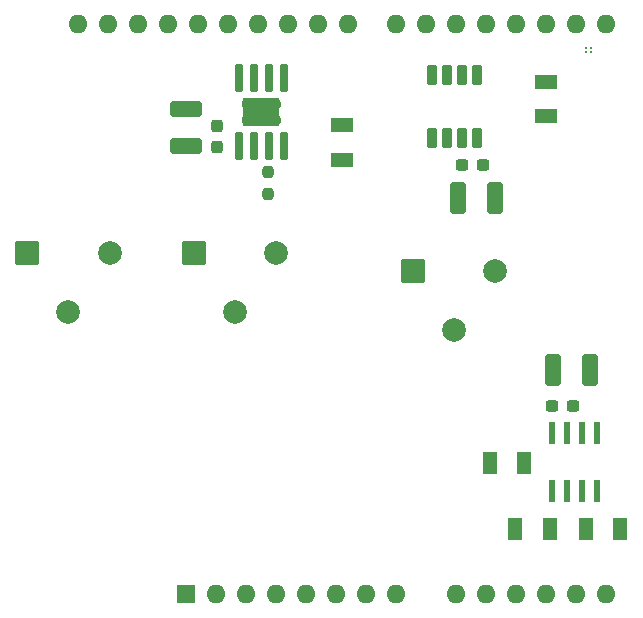
<source format=gts>
%TF.GenerationSoftware,KiCad,Pcbnew,9.0.2*%
%TF.CreationDate,2025-12-29T08:51:12-08:00*%
%TF.ProjectId,motor_temperature,6d6f746f-725f-4746-956d-706572617475,A*%
%TF.SameCoordinates,Original*%
%TF.FileFunction,Soldermask,Top*%
%TF.FilePolarity,Negative*%
%FSLAX46Y46*%
G04 Gerber Fmt 4.6, Leading zero omitted, Abs format (unit mm)*
G04 Created by KiCad (PCBNEW 9.0.2) date 2025-12-29 08:51:12*
%MOMM*%
%LPD*%
G01*
G04 APERTURE LIST*
G04 Aperture macros list*
%AMRoundRect*
0 Rectangle with rounded corners*
0 $1 Rounding radius*
0 $2 $3 $4 $5 $6 $7 $8 $9 X,Y pos of 4 corners*
0 Add a 4 corners polygon primitive as box body*
4,1,4,$2,$3,$4,$5,$6,$7,$8,$9,$2,$3,0*
0 Add four circle primitives for the rounded corners*
1,1,$1+$1,$2,$3*
1,1,$1+$1,$4,$5*
1,1,$1+$1,$6,$7*
1,1,$1+$1,$8,$9*
0 Add four rect primitives between the rounded corners*
20,1,$1+$1,$2,$3,$4,$5,0*
20,1,$1+$1,$4,$5,$6,$7,0*
20,1,$1+$1,$6,$7,$8,$9,0*
20,1,$1+$1,$8,$9,$2,$3,0*%
G04 Aperture macros list end*
%ADD10RoundRect,0.237500X-0.237500X0.250000X-0.237500X-0.250000X0.237500X-0.250000X0.237500X0.250000X0*%
%ADD11RoundRect,0.237500X-0.300000X-0.237500X0.300000X-0.237500X0.300000X0.237500X-0.300000X0.237500X0*%
%ADD12RoundRect,0.102000X-0.900000X-0.900000X0.900000X-0.900000X0.900000X0.900000X-0.900000X0.900000X0*%
%ADD13C,2.004000*%
%ADD14RoundRect,0.102000X0.525000X0.860000X-0.525000X0.860000X-0.525000X-0.860000X0.525000X-0.860000X0*%
%ADD15RoundRect,0.250000X-0.412500X-1.100000X0.412500X-1.100000X0.412500X1.100000X-0.412500X1.100000X0*%
%ADD16RoundRect,0.250000X1.100000X-0.412500X1.100000X0.412500X-1.100000X0.412500X-1.100000X-0.412500X0*%
%ADD17RoundRect,0.102000X-0.525000X-0.860000X0.525000X-0.860000X0.525000X0.860000X-0.525000X0.860000X0*%
%ADD18RoundRect,0.102000X0.290000X-0.775000X0.290000X0.775000X-0.290000X0.775000X-0.290000X-0.775000X0*%
%ADD19C,0.230000*%
%ADD20R,0.558800X1.981200*%
%ADD21RoundRect,0.102000X0.860000X-0.525000X0.860000X0.525000X-0.860000X0.525000X-0.860000X-0.525000X0*%
%ADD22R,3.100000X2.400000*%
%ADD23RoundRect,0.070000X-0.250000X1.100000X-0.250000X-1.100000X0.250000X-1.100000X0.250000X1.100000X0*%
%ADD24C,0.770000*%
%ADD25RoundRect,0.237500X0.237500X-0.300000X0.237500X0.300000X-0.237500X0.300000X-0.237500X-0.300000X0*%
%ADD26R,1.600000X1.600000*%
%ADD27O,1.600000X1.600000*%
G04 APERTURE END LIST*
D10*
%TO.C,R1*%
X133350000Y-78716500D03*
X133350000Y-80541500D03*
%TD*%
D11*
%TO.C,C2*%
X149759500Y-78105000D03*
X151484500Y-78105000D03*
%TD*%
D12*
%TO.C,J3*%
X112930500Y-85581000D03*
D13*
X116430500Y-90581000D03*
X119930500Y-85581000D03*
%TD*%
D14*
%TO.C,R2*%
X157162000Y-108966000D03*
X154242000Y-108966000D03*
%TD*%
D15*
%TO.C,C1*%
X149440500Y-80899000D03*
X152565500Y-80899000D03*
%TD*%
D16*
%TO.C,C3*%
X126365000Y-76492500D03*
X126365000Y-73367500D03*
%TD*%
D17*
%TO.C,R3*%
X160211000Y-108966000D03*
X163131000Y-108966000D03*
%TD*%
D18*
%TO.C,U2*%
X147193000Y-75832000D03*
X148463000Y-75832000D03*
X149733000Y-75832000D03*
X151003000Y-75832000D03*
X151003000Y-70472000D03*
X149733000Y-70472000D03*
X148463000Y-70472000D03*
X147193000Y-70472000D03*
%TD*%
D12*
%TO.C,J1*%
X127027500Y-85581000D03*
D13*
X130527500Y-90581000D03*
X134027500Y-85581000D03*
%TD*%
D11*
%TO.C,C5*%
X157379500Y-98552000D03*
X159104500Y-98552000D03*
%TD*%
D19*
%TO.C,U3*%
X160655000Y-68580000D03*
X160255000Y-68580000D03*
X160655000Y-68179998D03*
X160255000Y-68179998D03*
%TD*%
D20*
%TO.C,U4*%
X157353000Y-105714800D03*
X158623000Y-105714800D03*
X159893000Y-105714800D03*
X161163000Y-105714800D03*
X161163000Y-100787200D03*
X159893000Y-100787200D03*
X158623000Y-100787200D03*
X157353000Y-100787200D03*
%TD*%
D12*
%TO.C,J2*%
X145569500Y-87105000D03*
D13*
X149069500Y-92105000D03*
X152569500Y-87105000D03*
%TD*%
D21*
%TO.C,R5*%
X156845000Y-73977000D03*
X156845000Y-71057000D03*
%TD*%
D22*
%TO.C,U1*%
X132745000Y-73645000D03*
D23*
X134650000Y-70770000D03*
X133380000Y-70770000D03*
X132110000Y-70770000D03*
X130840000Y-70770000D03*
X130840000Y-76520000D03*
X132110000Y-76520000D03*
X133380000Y-76520000D03*
X134650000Y-76520000D03*
D24*
X134045000Y-72995000D03*
X132745000Y-72995000D03*
X131445000Y-72995000D03*
X134045000Y-74295000D03*
X132745000Y-74295000D03*
X131445000Y-74295000D03*
%TD*%
D14*
%TO.C,R4*%
X155003000Y-103378000D03*
X152083000Y-103378000D03*
%TD*%
D21*
%TO.C,R6*%
X139573000Y-77660000D03*
X139573000Y-74740000D03*
%TD*%
D25*
%TO.C,C4*%
X129032000Y-76554500D03*
X129032000Y-74829500D03*
%TD*%
D15*
%TO.C,C6*%
X157441500Y-95504000D03*
X160566500Y-95504000D03*
%TD*%
D26*
%TO.C,A1*%
X126365000Y-114427000D03*
D27*
X128905000Y-114427000D03*
X131445000Y-114427000D03*
X133985000Y-114427000D03*
X136525000Y-114427000D03*
X139065000Y-114427000D03*
X141605000Y-114427000D03*
X144145000Y-114427000D03*
X149225000Y-114427000D03*
X151765000Y-114427000D03*
X154305000Y-114427000D03*
X156845000Y-114427000D03*
X159385000Y-114427000D03*
X161925000Y-114427000D03*
X161925000Y-66167000D03*
X159385000Y-66167000D03*
X156845000Y-66167000D03*
X154305000Y-66167000D03*
X151765000Y-66167000D03*
X149225000Y-66167000D03*
X146685000Y-66167000D03*
X144145000Y-66167000D03*
X140085000Y-66167000D03*
X137545000Y-66167000D03*
X135005000Y-66167000D03*
X132465000Y-66167000D03*
X129925000Y-66167000D03*
X127385000Y-66167000D03*
X124845000Y-66167000D03*
X122305000Y-66167000D03*
X119765000Y-66167000D03*
X117225000Y-66167000D03*
%TD*%
M02*

</source>
